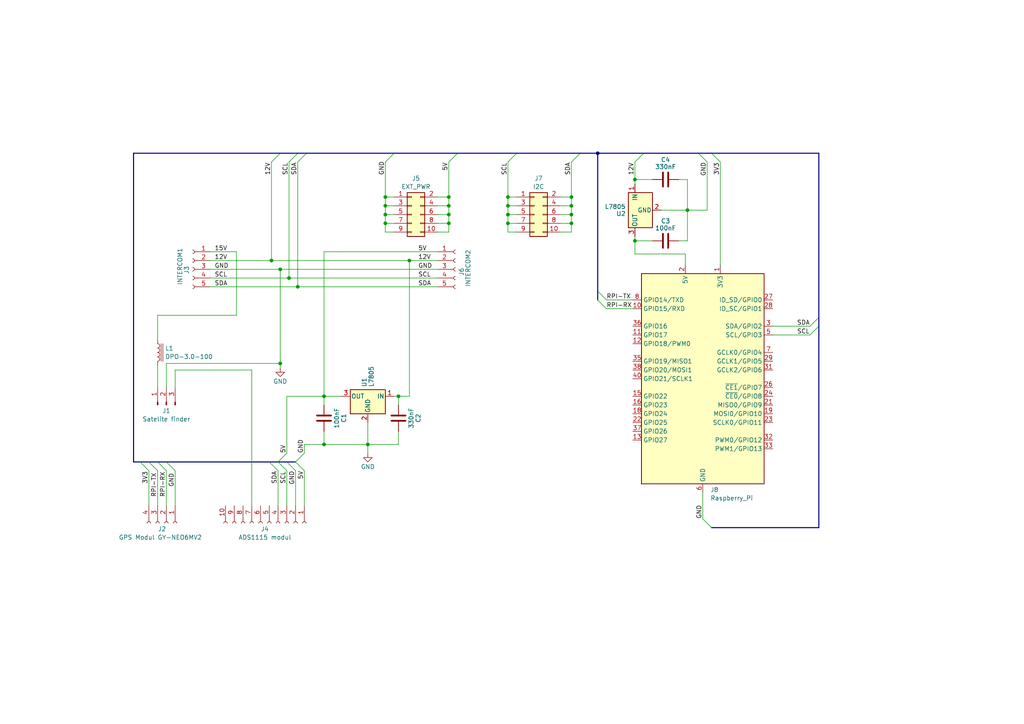
<source format=kicad_sch>
(kicad_sch (version 20231120) (generator "eeschema") (generator_version "8.0")
  (paper "A4")
  (title_block (title "Astrobox") (date "2024-04-13") (rev "2"))
  (lib_symbols
    (symbol "Connector:Conn_01x03_Pin" (pin_names (offset 1.016) hide)
      (property "Reference" "J" (at 0 5.08 0))
      (property "Value" "Conn_01x03_Pin" (at 0 -5.08 0))
      (symbol "Conn_01x03_Pin_1_1"
        (polyline (pts (xy 1.27 -2.54) (xy 0.8636 -2.54)) (stroke (width 0.1524)))
        (polyline (pts (xy 1.27 0) (xy 0.8636 0)) (stroke (width 0.1524)))
        (polyline (pts (xy 1.27 2.54) (xy 0.8636 2.54)) (stroke (width 0.1524)))
        (rectangle (start 0.8636 -2.413) (end 0 -2.667) (stroke (width 0.1524)) (fill (type outline)))
        (rectangle (start 0.8636 0.127) (end 0 -0.127) (stroke (width 0.1524)) (fill (type outline)))
        (rectangle (start 0.8636 2.667) (end 0 2.413) (stroke (width 0.1524)) (fill (type outline)))
        (pin passive line (at 5.08 2.54 180) (length 3.81) (name "Pin_1") (number "1"))
        (pin passive line (at 5.08 0 180) (length 3.81) (name "Pin_2") (number "2"))
        (pin passive line (at 5.08 -2.54 180) (length 3.81) (name "Pin_3") (number "3"))
      )
    )
    (symbol "Connector:Conn_01x04_Socket" (pin_names (offset 1.016) hide)
      (property "Reference" "J" (at 0 5.08 0))
      (property "Value" "Conn_01x04_Socket" (at 0 -7.62 0))
      (symbol "Conn_01x04_Socket_1_1"
        (arc (start 0 -4.572) (mid -0.5058 -5.08) (end 0 -5.588) (stroke (width 0.1524)))
        (arc (start 0 -2.032) (mid -0.5058 -2.54) (end 0 -3.048) (stroke (width 0.1524)))
        (polyline (pts (xy -1.27 -5.08) (xy -0.508 -5.08)) (stroke (width 0.1524)))
        (polyline (pts (xy -1.27 -2.54) (xy -0.508 -2.54)) (stroke (width 0.1524)))
        (polyline (pts (xy -1.27 0) (xy -0.508 0)) (stroke (width 0.1524)))
        (polyline (pts (xy -1.27 2.54) (xy -0.508 2.54)) (stroke (width 0.1524)))
        (arc (start 0 0.508) (mid -0.5058 0) (end 0 -0.508) (stroke (width 0.1524)))
        (arc (start 0 3.048) (mid -0.5058 2.54) (end 0 2.032) (stroke (width 0.1524)))
        (pin passive line (at -5.08 2.54 0) (length 3.81) (name "Pin_1") (number "1"))
        (pin passive line (at -5.08 0 0) (length 3.81) (name "Pin_2") (number "2"))
        (pin passive line (at -5.08 -2.54 0) (length 3.81) (name "Pin_3") (number "3"))
        (pin passive line (at -5.08 -5.08 0) (length 3.81) (name "Pin_4") (number "4"))
      )
    )
    (symbol "Connector:Conn_01x05_Socket" (pin_names (offset 1.016) hide)
      (property "Reference" "J" (at 0 7.62 0))
      (property "Value" "Conn_01x05_Socket" (at 0 -7.62 0))
      (symbol "Conn_01x05_Socket_1_1"
        (arc (start 0 -4.572) (mid -0.5058 -5.08) (end 0 -5.588) (stroke (width 0.1524)))
        (arc (start 0 -2.032) (mid -0.5058 -2.54) (end 0 -3.048) (stroke (width 0.1524)))
        (polyline (pts (xy -1.27 -5.08) (xy -0.508 -5.08)) (stroke (width 0.1524)))
        (polyline (pts (xy -1.27 -2.54) (xy -0.508 -2.54)) (stroke (width 0.1524)))
        (polyline (pts (xy -1.27 0) (xy -0.508 0)) (stroke (width 0.1524)))
        (polyline (pts (xy -1.27 2.54) (xy -0.508 2.54)) (stroke (width 0.1524)))
        (polyline (pts (xy -1.27 5.08) (xy -0.508 5.08)) (stroke (width 0.1524)))
        (arc (start 0 0.508) (mid -0.5058 0) (end 0 -0.508) (stroke (width 0.1524)))
        (arc (start 0 3.048) (mid -0.5058 2.54) (end 0 2.032) (stroke (width 0.1524)))
        (arc (start 0 5.588) (mid -0.5058 5.08) (end 0 4.572) (stroke (width 0.1524)))
        (pin passive line (at -5.08 5.08 0) (length 3.81) (name "Pin_1") (number "1"))
        (pin passive line (at -5.08 2.54 0) (length 3.81) (name "Pin_2") (number "2"))
        (pin passive line (at -5.08 0 0) (length 3.81) (name "Pin_3") (number "3"))
        (pin passive line (at -5.08 -2.54 0) (length 3.81) (name "Pin_4") (number "4"))
        (pin passive line (at -5.08 -5.08 0) (length 3.81) (name "Pin_5") (number "5"))
      )
    )
    (symbol "Connector:Conn_01x10_Socket" (pin_names (offset 1.016) hide)
      (property "Reference" "J" (at 0 12.7 0))
      (property "Value" "Conn_01x10_Socket" (at 0 -15.24 0))
      (symbol "Conn_01x10_Socket_1_1"
        (arc (start 0 -12.192) (mid -0.5058 -12.7) (end 0 -13.208) (stroke (width 0.1524)))
        (arc (start 0 -9.652) (mid -0.5058 -10.16) (end 0 -10.668) (stroke (width 0.1524)))
        (arc (start 0 -7.112) (mid -0.5058 -7.62) (end 0 -8.128) (stroke (width 0.1524)))
        (arc (start 0 -4.572) (mid -0.5058 -5.08) (end 0 -5.588) (stroke (width 0.1524)))
        (arc (start 0 -2.032) (mid -0.5058 -2.54) (end 0 -3.048) (stroke (width 0.1524)))
        (polyline (pts (xy -1.27 -12.7) (xy -0.508 -12.7)) (stroke (width 0.1524)))
        (polyline (pts (xy -1.27 -10.16) (xy -0.508 -10.16)) (stroke (width 0.1524)))
        (polyline (pts (xy -1.27 -7.62) (xy -0.508 -7.62)) (stroke (width 0.1524)))
        (polyline (pts (xy -1.27 -5.08) (xy -0.508 -5.08)) (stroke (width 0.1524)))
        (polyline (pts (xy -1.27 -2.54) (xy -0.508 -2.54)) (stroke (width 0.1524)))
        (polyline (pts (xy -1.27 0) (xy -0.508 0)) (stroke (width 0.1524)))
        (polyline (pts (xy -1.27 2.54) (xy -0.508 2.54)) (stroke (width 0.1524)))
        (polyline (pts (xy -1.27 5.08) (xy -0.508 5.08)) (stroke (width 0.1524)))
        (polyline (pts (xy -1.27 7.62) (xy -0.508 7.62)) (stroke (width 0.1524)))
        (polyline (pts (xy -1.27 10.16) (xy -0.508 10.16)) (stroke (width 0.1524)))
        (arc (start 0 0.508) (mid -0.5058 0) (end 0 -0.508) (stroke (width 0.1524)))
        (arc (start 0 3.048) (mid -0.5058 2.54) (end 0 2.032) (stroke (width 0.1524)))
        (arc (start 0 5.588) (mid -0.5058 5.08) (end 0 4.572) (stroke (width 0.1524)))
        (arc (start 0 8.128) (mid -0.5058 7.62) (end 0 7.112) (stroke (width 0.1524)))
        (arc (start 0 10.668) (mid -0.5058 10.16) (end 0 9.652) (stroke (width 0.1524)))
        (pin passive line (at -5.08 10.16 0) (length 3.81) (name "Pin_1") (number "1"))
        (pin passive line (at -5.08 -12.7 0) (length 3.81) (name "Pin_10") (number "10"))
        (pin passive line (at -5.08 7.62 0) (length 3.81) (name "Pin_2") (number "2"))
        (pin passive line (at -5.08 5.08 0) (length 3.81) (name "Pin_3") (number "3"))
        (pin passive line (at -5.08 2.54 0) (length 3.81) (name "Pin_4") (number "4"))
        (pin passive line (at -5.08 0 0) (length 3.81) (name "Pin_5") (number "5"))
        (pin passive line (at -5.08 -2.54 0) (length 3.81) (name "Pin_6") (number "6"))
        (pin passive line (at -5.08 -5.08 0) (length 3.81) (name "Pin_7") (number "7"))
        (pin passive line (at -5.08 -7.62 0) (length 3.81) (name "Pin_8") (number "8"))
        (pin passive line (at -5.08 -10.16 0) (length 3.81) (name "Pin_9") (number "9"))
      )
    )
    (symbol "Connector:Raspberry_Pi_2_3"
      (property "Reference" "J" (at -17.78 31.75 0))
      (property "Value" "Raspberry_Pi_2_3" (at 10.16 -31.75 0))
      (symbol "Raspberry_Pi_2_3_0_1"
        (rectangle (start -17.78 30.48) (end 17.78 -30.48) (stroke (width 0.254)) (fill (type background)))
      )
      (symbol "Raspberry_Pi_2_3_1_1"
        (pin power_in line (at 5.08 33.02 270) (length 2.54) (name "3V3") (number "1"))
        (pin bidirectional line (at -20.32 20.32 0) (length 2.54) (name "GPIO15/RXD") (number "10"))
        (pin bidirectional line (at -20.32 12.7 0) (length 2.54) (name "GPIO17") (number "11"))
        (pin bidirectional line (at -20.32 10.16 0) (length 2.54) (name "GPIO18/PWM0") (number "12"))
        (pin bidirectional line (at -20.32 -17.78 0) (length 2.54) (name "GPIO27") (number "13"))
        (pin passive line (at 0 -33.02 90) (length 2.54) hide (name "GND") (number "14"))
        (pin bidirectional line (at -20.32 -5.08 0) (length 2.54) (name "GPIO22") (number "15"))
        (pin bidirectional line (at -20.32 -7.62 0) (length 2.54) (name "GPIO23") (number "16"))
        (pin passive line (at 5.08 33.02 270) (length 2.54) hide (name "3V3") (number "17"))
        (pin bidirectional line (at -20.32 -10.16 0) (length 2.54) (name "GPIO24") (number "18"))
        (pin bidirectional line (at 20.32 -10.16 180) (length 2.54) (name "MOSI0/GPIO10") (number "19"))
        (pin power_in line (at -5.08 33.02 270) (length 2.54) (name "5V") (number "2"))
        (pin passive line (at 0 -33.02 90) (length 2.54) hide (name "GND") (number "20"))
        (pin bidirectional line (at 20.32 -7.62 180) (length 2.54) (name "MISO0/GPIO9") (number "21"))
        (pin bidirectional line (at -20.32 -12.7 0) (length 2.54) (name "GPIO25") (number "22"))
        (pin bidirectional line (at 20.32 -12.7 180) (length 2.54) (name "SCLK0/GPIO11") (number "23"))
        (pin bidirectional line (at 20.32 -5.08 180) (length 2.54) (name "~{CE0}/GPIO8") (number "24"))
        (pin passive line (at 0 -33.02 90) (length 2.54) hide (name "GND") (number "25"))
        (pin bidirectional line (at 20.32 -2.54 180) (length 2.54) (name "~{CE1}/GPIO7") (number "26"))
        (pin bidirectional line (at 20.32 22.86 180) (length 2.54) (name "ID_SD/GPIO0") (number "27"))
        (pin bidirectional line (at 20.32 20.32 180) (length 2.54) (name "ID_SC/GPIO1") (number "28"))
        (pin bidirectional line (at 20.32 5.08 180) (length 2.54) (name "GCLK1/GPIO5") (number "29"))
        (pin bidirectional line (at 20.32 15.24 180) (length 2.54) (name "SDA/GPIO2") (number "3"))
        (pin passive line (at 0 -33.02 90) (length 2.54) hide (name "GND") (number "30"))
        (pin bidirectional line (at 20.32 2.54 180) (length 2.54) (name "GCLK2/GPIO6") (number "31"))
        (pin bidirectional line (at 20.32 -17.78 180) (length 2.54) (name "PWM0/GPIO12") (number "32"))
        (pin bidirectional line (at 20.32 -20.32 180) (length 2.54) (name "PWM1/GPIO13") (number "33"))
        (pin passive line (at 0 -33.02 90) (length 2.54) hide (name "GND") (number "34"))
        (pin bidirectional line (at -20.32 5.08 0) (length 2.54) (name "GPIO19/MISO1") (number "35"))
        (pin bidirectional line (at -20.32 15.24 0) (length 2.54) (name "GPIO16") (number "36"))
        (pin bidirectional line (at -20.32 -15.24 0) (length 2.54) (name "GPIO26") (number "37"))
        (pin bidirectional line (at -20.32 2.54 0) (length 2.54) (name "GPIO20/MOSI1") (number "38"))
        (pin passive line (at 0 -33.02 90) (length 2.54) hide (name "GND") (number "39"))
        (pin passive line (at -5.08 33.02 270) (length 2.54) hide (name "5V") (number "4"))
        (pin bidirectional line (at -20.32 0 0) (length 2.54) (name "GPIO21/SCLK1") (number "40"))
        (pin bidirectional line (at 20.32 12.7 180) (length 2.54) (name "SCL/GPIO3") (number "5"))
        (pin power_in line (at 0 -33.02 90) (length 2.54) (name "GND") (number "6"))
        (pin bidirectional line (at 20.32 7.62 180) (length 2.54) (name "GCLK0/GPIO4") (number "7"))
        (pin bidirectional line (at -20.32 22.86 0) (length 2.54) (name "GPIO14/TXD") (number "8"))
        (pin passive line (at 0 -33.02 90) (length 2.54) hide (name "GND") (number "9"))
      )
    )
    (symbol "Connector_Generic:Conn_02x05_Odd_Even" (pin_names (offset 1.016) hide)
      (property "Reference" "J" (at 1.27 7.62 0))
      (property "Value" "Conn_02x05_Odd_Even" (at 1.27 -7.62 0))
      (symbol "Conn_02x05_Odd_Even_1_1"
        (rectangle (start -1.27 -4.953) (end 0 -5.207) (stroke (width 0.1524)))
        (rectangle (start -1.27 -2.413) (end 0 -2.667) (stroke (width 0.1524)))
        (rectangle (start -1.27 0.127) (end 0 -0.127) (stroke (width 0.1524)))
        (rectangle (start -1.27 2.667) (end 0 2.413) (stroke (width 0.1524)))
        (rectangle (start -1.27 5.207) (end 0 4.953) (stroke (width 0.1524)))
        (rectangle (start -1.27 6.35) (end 3.81 -6.35) (stroke (width 0.254)) (fill (type background)))
        (rectangle (start 3.81 -4.953) (end 2.54 -5.207) (stroke (width 0.1524)))
        (rectangle (start 3.81 -2.413) (end 2.54 -2.667) (stroke (width 0.1524)))
        (rectangle (start 3.81 0.127) (end 2.54 -0.127) (stroke (width 0.1524)))
        (rectangle (start 3.81 2.667) (end 2.54 2.413) (stroke (width 0.1524)))
        (rectangle (start 3.81 5.207) (end 2.54 4.953) (stroke (width 0.1524)))
        (pin passive line (at -5.08 5.08 0) (length 3.81) (name "Pin_1") (number "1"))
        (pin passive line (at 7.62 -5.08 180) (length 3.81) (name "Pin_10") (number "10"))
        (pin passive line (at 7.62 5.08 180) (length 3.81) (name "Pin_2") (number "2"))
        (pin passive line (at -5.08 2.54 0) (length 3.81) (name "Pin_3") (number "3"))
        (pin passive line (at 7.62 2.54 180) (length 3.81) (name "Pin_4") (number "4"))
        (pin passive line (at -5.08 0 0) (length 3.81) (name "Pin_5") (number "5"))
        (pin passive line (at 7.62 0 180) (length 3.81) (name "Pin_6") (number "6"))
        (pin passive line (at -5.08 -2.54 0) (length 3.81) (name "Pin_7") (number "7"))
        (pin passive line (at 7.62 -2.54 180) (length 3.81) (name "Pin_8") (number "8"))
        (pin passive line (at -5.08 -5.08 0) (length 3.81) (name "Pin_9") (number "9"))
      )
    )
    (symbol "Device:C" (pin_numbers hide) (pin_names (offset 0.254))
      (property "Reference" "C" (at 0.635 2.54 0))
      (property "Value" "C" (at 0.635 -2.54 0))
      (symbol "C_0_1"
        (polyline (pts (xy -2.032 -0.762) (xy 2.032 -0.762)) (stroke (width 0.508)))
        (polyline (pts (xy -2.032 0.762) (xy 2.032 0.762)) (stroke (width 0.508)))
      )
      (symbol "C_1_1"
        (pin passive line (at 0 3.81 270) (length 2.794) (name "~") (number "1"))
        (pin passive line (at 0 -3.81 90) (length 2.794) (name "~") (number "2"))
      )
    )
    (symbol "Device:L_Iron" (pin_numbers hide) (pin_names (offset 1.016) hide)
      (property "Reference" "L" (at -1.27 0 90))
      (property "Value" "L_Iron" (at 2.794 0 90))
      (symbol "L_Iron_0_1"
        (arc (start 0 -2.54) (mid 0.6323 -1.905) (end 0 -1.27))
        (arc (start 0 -1.27) (mid 0.6323 -0.635) (end 0 0))
        (polyline (pts (xy 1.016 2.54) (xy 1.016 -2.54)))
        (polyline (pts (xy 1.524 -2.54) (xy 1.524 2.54)))
        (arc (start 0 0) (mid 0.6323 0.635) (end 0 1.27))
        (arc (start 0 1.27) (mid 0.6323 1.905) (end 0 2.54))
      )
      (symbol "L_Iron_1_1"
        (pin passive line (at 0 3.81 270) (length 1.27) (name "1") (number "1"))
        (pin passive line (at 0 -3.81 90) (length 1.27) (name "2") (number "2"))
      )
    )
    (symbol "Regulator_Linear:L7805" (pin_names (offset 0.254))
      (property "Reference" "U" (at -3.81 3.175 0))
      (property "Value" "L7805" (at 0 3.175 0))
      (symbol "L7805_0_1"
        (rectangle (start -5.08 1.905) (end 5.08 -5.08) (stroke (width 0.254)) (fill (type background)))
      )
      (symbol "L7805_1_1"
        (pin power_in line (at -7.62 0 0) (length 2.54) (name "IN") (number "1"))
        (pin power_in line (at 0 -7.62 90) (length 2.54) (name "GND") (number "2"))
        (pin power_out line (at 7.62 0 180) (length 2.54) (name "OUT") (number "3"))
      )
    )
    (symbol "power:GND" (power) (pin_names (offset 0))
      (property "Value" "GND" (at 0 -3.81 0))
      (symbol "GND_0_1"
        (polyline (pts (xy 0 0) (xy 0 -1.27) (xy 1.27 -1.27) (xy 0 -2.54) (xy -1.27 -1.27) (xy 0 -1.27)))
      )
      (symbol "GND_1_1"
        (pin power_in line (at 0 0 270) (length 0) hide (name "GND") (number "1"))
      )
    )
  )
  (junction (at 93.98 128.905))
  (junction (at 93.98 114.935))
  (junction (at 147.32 57.15))
  (junction (at 130.175 59.69))
  (junction (at 130.175 62.23))
  (junction (at 165.735 64.77))
  (junction (at 111.76 64.77))
  (junction (at 184.15 52.07))
  (junction (at 115.57 114.935))
  (junction (at 165.735 62.23))
  (junction (at 130.175 57.15))
  (junction (at 199.39 60.96))
  (junction (at 184.15 69.85))
  (junction (at 81.28 105.41))
  (junction (at 81.28 78.105))
  (junction (at 111.76 57.15))
  (junction (at 111.76 59.69))
  (junction (at 147.32 59.69))
  (junction (at 147.32 62.23))
  (junction (at 106.68 128.905))
  (junction (at 86.36 83.185))
  (junction (at 165.735 59.69))
  (junction (at 173.355 44.45))
  (junction (at 118.745 75.565))
  (junction (at 130.175 64.77))
  (junction (at 147.32 64.77))
  (junction (at 78.74 75.565))
  (junction (at 83.82 80.645))
  (junction (at 165.735 57.15))
  (junction (at 111.76 62.23))
  (bus_entry (at 130.175 46.99) (size 2.54 -2.54))
  (bus_entry (at 43.18 133.985) (size 2.54 2.54))
  (bus_entry (at 40.64 133.985) (size 2.54 2.54))
  (bus_entry (at 78.105 133.985) (size 2.54 2.54))
  (bus_entry (at 85.725 133.985) (size 2.54 2.54))
  (bus_entry (at 175.895 86.995) (size -2.54 -2.54))
  (bus_entry (at 205.105 46.99) (size -2.54 -2.54))
  (bus_entry (at 48.26 133.985) (size 2.54 2.54))
  (bus_entry (at 85.725 133.985) (size 2.54 -2.54))
  (bus_entry (at 234.95 97.155) (size 2.54 -2.54))
  (bus_entry (at 203.835 150.495) (size 2.54 2.54))
  (bus_entry (at 80.645 133.985) (size 2.54 -2.54))
  (bus_entry (at 88.9 44.45) (size -2.54 2.54))
  (bus_entry (at 80.645 133.985) (size 2.54 2.54))
  (bus_entry (at 175.895 89.535) (size -2.54 -2.54))
  (bus_entry (at 147.32 46.99) (size 2.54 -2.54))
  (bus_entry (at 208.915 46.99) (size -2.54 -2.54))
  (bus_entry (at 184.15 46.99) (size 2.54 -2.54))
  (bus_entry (at 78.74 46.99) (size 2.54 -2.54))
  (bus_entry (at 165.735 46.99) (size 2.54 -2.54))
  (bus_entry (at 111.76 46.99) (size 2.54 -2.54))
  (bus_entry (at 86.36 44.45) (size -2.54 2.54))
  (bus_entry (at 234.95 94.615) (size 2.54 -2.54))
  (bus_entry (at 83.185 133.985) (size 2.54 2.54))
  (bus_entry (at 45.72 133.985) (size 2.54 2.54))
  (wire (pts (xy 147.32 64.77) (xy 147.32 62.23)))
  (wire (pts (xy 86.36 83.185) (xy 127 83.185)))
  (wire (pts (xy 162.56 67.31) (xy 165.735 67.31)))
  (wire (pts (xy 60.96 80.645) (xy 83.82 80.645)))
  (wire (pts (xy 234.95 97.155) (xy 224.155 97.155)))
  (wire (pts (xy 165.735 57.15) (xy 162.56 57.15)))
  (wire (pts (xy 111.76 59.69) (xy 111.76 57.15)))
  (wire (pts (xy 50.8 136.525) (xy 50.8 146.685)))
  (bus (pts (xy 173.355 44.45) (xy 173.355 84.455)))
  (wire (pts (xy 114.3 67.31) (xy 111.76 67.31)))
  (wire (pts (xy 203.835 142.875) (xy 203.835 150.495)))
  (wire (pts (xy 78.74 46.99) (xy 78.74 75.565)))
  (wire (pts (xy 60.96 73.025) (xy 68.58 73.025)))
  (wire (pts (xy 127 62.23) (xy 130.175 62.23)))
  (wire (pts (xy 147.32 59.69) (xy 149.86 59.69)))
  (wire (pts (xy 130.175 62.23) (xy 130.175 59.69)))
  (wire (pts (xy 130.175 64.77) (xy 130.175 62.23)))
  (wire (pts (xy 208.915 46.99) (xy 208.915 76.835)))
  (wire (pts (xy 165.735 46.99) (xy 165.735 57.15)))
  (bus (pts (xy 80.645 133.985) (xy 78.105 133.985)))
  (wire (pts (xy 111.76 59.69) (xy 114.3 59.69)))
  (wire (pts (xy 80.645 136.525) (xy 80.645 146.685)))
  (wire (pts (xy 45.72 91.44) (xy 68.58 91.44)))
  (bus (pts (xy 78.105 133.985) (xy 48.26 133.985)))
  (bus (pts (xy 86.36 44.45) (xy 88.9 44.45)))
  (bus (pts (xy 206.375 44.45) (xy 237.49 44.45)))
  (wire (pts (xy 115.57 114.935) (xy 118.745 114.935)))
  (bus (pts (xy 149.86 44.45) (xy 168.275 44.45)))
  (wire (pts (xy 93.98 73.025) (xy 93.98 114.935)))
  (bus (pts (xy 43.18 133.985) (xy 40.64 133.985)))
  (wire (pts (xy 199.39 60.96) (xy 199.39 52.07)))
  (wire (pts (xy 111.76 62.23) (xy 111.76 59.69)))
  (wire (pts (xy 115.57 114.935) (xy 115.57 117.475)))
  (bus (pts (xy 237.49 92.075) (xy 237.49 94.615)))
  (wire (pts (xy 111.76 64.77) (xy 111.76 62.23)))
  (wire (pts (xy 114.3 114.935) (xy 115.57 114.935)))
  (wire (pts (xy 68.58 91.44) (xy 68.58 73.025)))
  (wire (pts (xy 184.15 53.34) (xy 184.15 52.07)))
  (wire (pts (xy 81.28 78.105) (xy 81.28 105.41)))
  (wire (pts (xy 60.96 78.105) (xy 81.28 78.105)))
  (wire (pts (xy 111.76 62.23) (xy 114.3 62.23)))
  (wire (pts (xy 147.32 64.77) (xy 149.86 64.77)))
  (wire (pts (xy 196.85 69.85) (xy 199.39 69.85)))
  (wire (pts (xy 183.515 89.535) (xy 175.895 89.535)))
  (wire (pts (xy 234.95 94.615) (xy 224.155 94.615)))
  (bus (pts (xy 88.9 44.45) (xy 114.3 44.45)))
  (bus (pts (xy 132.715 44.45) (xy 149.86 44.45)))
  (wire (pts (xy 147.32 46.99) (xy 147.32 57.15)))
  (wire (pts (xy 115.57 128.905) (xy 115.57 125.095)))
  (wire (pts (xy 88.265 128.905) (xy 93.98 128.905)))
  (wire (pts (xy 184.15 69.85) (xy 189.23 69.85)))
  (wire (pts (xy 147.32 67.31) (xy 147.32 64.77)))
  (bus (pts (xy 168.275 44.45) (xy 173.355 44.45)))
  (wire (pts (xy 81.28 105.41) (xy 81.28 106.68)))
  (wire (pts (xy 127 59.69) (xy 130.175 59.69)))
  (bus (pts (xy 83.185 133.985) (xy 85.725 133.985)))
  (wire (pts (xy 118.745 114.935) (xy 118.745 75.565)))
  (wire (pts (xy 48.26 136.525) (xy 48.26 146.685)))
  (bus (pts (xy 38.735 44.45) (xy 38.735 133.985)))
  (wire (pts (xy 130.175 59.69) (xy 130.175 57.15)))
  (wire (pts (xy 147.32 62.23) (xy 149.86 62.23)))
  (wire (pts (xy 183.515 86.995) (xy 175.895 86.995)))
  (wire (pts (xy 88.265 136.525) (xy 88.265 146.685)))
  (wire (pts (xy 48.26 112.395) (xy 48.26 105.41)))
  (bus (pts (xy 237.49 94.615) (xy 237.49 153.035)))
  (bus (pts (xy 237.49 44.45) (xy 237.49 92.075)))
  (wire (pts (xy 83.185 136.525) (xy 83.185 146.685)))
  (wire (pts (xy 60.96 75.565) (xy 78.74 75.565)))
  (wire (pts (xy 81.28 78.105) (xy 127 78.105)))
  (wire (pts (xy 43.18 136.525) (xy 43.18 146.685)))
  (wire (pts (xy 111.76 64.77) (xy 114.3 64.77)))
  (wire (pts (xy 127 67.31) (xy 130.175 67.31)))
  (wire (pts (xy 93.98 114.935) (xy 99.06 114.935)))
  (wire (pts (xy 106.68 128.905) (xy 115.57 128.905)))
  (wire (pts (xy 88.265 131.445) (xy 88.265 128.905)))
  (bus (pts (xy 202.565 44.45) (xy 206.375 44.45)))
  (wire (pts (xy 205.105 46.99) (xy 205.105 60.96)))
  (wire (pts (xy 184.15 73.66) (xy 184.15 69.85)))
  (wire (pts (xy 83.82 46.99) (xy 83.82 80.645)))
  (bus (pts (xy 186.69 44.45) (xy 202.565 44.45)))
  (bus (pts (xy 38.735 44.45) (xy 81.28 44.45)))
  (bus (pts (xy 40.64 133.985) (xy 38.735 133.985)))
  (wire (pts (xy 199.39 52.07) (xy 196.85 52.07)))
  (wire (pts (xy 85.725 136.525) (xy 85.725 146.685)))
  (wire (pts (xy 130.175 46.99) (xy 130.175 57.15)))
  (wire (pts (xy 147.32 57.15) (xy 149.86 57.15)))
  (wire (pts (xy 184.15 73.66) (xy 198.755 73.66)))
  (bus (pts (xy 80.645 133.985) (xy 83.185 133.985)))
  (bus (pts (xy 173.355 44.45) (xy 186.69 44.45)))
  (wire (pts (xy 199.39 69.85) (xy 199.39 60.96)))
  (wire (pts (xy 184.15 46.99) (xy 184.15 52.07)))
  (wire (pts (xy 162.56 59.69) (xy 165.735 59.69)))
  (wire (pts (xy 184.15 52.07) (xy 189.23 52.07)))
  (wire (pts (xy 48.26 105.41) (xy 81.28 105.41)))
  (wire (pts (xy 93.98 128.905) (xy 106.68 128.905)))
  (wire (pts (xy 93.98 125.095) (xy 93.98 128.905)))
  (wire (pts (xy 45.72 91.44) (xy 45.72 98.425)))
  (wire (pts (xy 184.15 69.85) (xy 184.15 68.58)))
  (wire (pts (xy 198.755 73.66) (xy 198.755 76.835)))
  (wire (pts (xy 60.96 83.185) (xy 86.36 83.185)))
  (wire (pts (xy 111.76 67.31) (xy 111.76 64.77)))
  (wire (pts (xy 130.175 67.31) (xy 130.175 64.77)))
  (wire (pts (xy 147.32 62.23) (xy 147.32 59.69)))
  (wire (pts (xy 45.72 106.045) (xy 45.72 112.395)))
  (wire (pts (xy 147.32 59.69) (xy 147.32 57.15)))
  (wire (pts (xy 86.36 46.99) (xy 86.36 83.185)))
  (wire (pts (xy 73.025 107.315) (xy 50.8 107.315)))
  (wire (pts (xy 93.98 117.475) (xy 93.98 114.935)))
  (wire (pts (xy 205.105 60.96) (xy 199.39 60.96)))
  (wire (pts (xy 165.735 64.77) (xy 165.735 62.23)))
  (wire (pts (xy 50.8 107.315) (xy 50.8 112.395)))
  (wire (pts (xy 127 64.77) (xy 130.175 64.77)))
  (wire (pts (xy 106.68 128.905) (xy 106.68 131.445)))
  (bus (pts (xy 114.3 44.45) (xy 132.715 44.45)))
  (wire (pts (xy 191.77 60.96) (xy 199.39 60.96)))
  (wire (pts (xy 73.025 107.315) (xy 73.025 146.685)))
  (wire (pts (xy 111.76 57.15) (xy 114.3 57.15)))
  (bus (pts (xy 45.72 133.985) (xy 43.18 133.985)))
  (wire (pts (xy 45.72 136.525) (xy 45.72 146.685)))
  (wire (pts (xy 130.175 57.15) (xy 127 57.15)))
  (wire (pts (xy 165.735 62.23) (xy 165.735 59.69)))
  (bus (pts (xy 206.375 153.035) (xy 237.49 153.035)))
  (wire (pts (xy 165.735 59.69) (xy 165.735 57.15)))
  (wire (pts (xy 106.68 122.555) (xy 106.68 128.905)))
  (bus (pts (xy 81.28 44.45) (xy 86.36 44.45)))
  (bus (pts (xy 48.26 133.985) (xy 45.72 133.985)))
  (wire (pts (xy 165.735 67.31) (xy 165.735 64.77)))
  (wire (pts (xy 78.74 75.565) (xy 118.745 75.565)))
  (wire (pts (xy 118.745 75.565) (xy 127 75.565)))
  (wire (pts (xy 83.185 114.935) (xy 93.98 114.935)))
  (bus (pts (xy 173.355 84.455) (xy 173.355 86.995)))
  (wire (pts (xy 83.185 131.445) (xy 83.185 114.935)))
  (wire (pts (xy 162.56 64.77) (xy 165.735 64.77)))
  (wire (pts (xy 111.76 46.99) (xy 111.76 57.15)))
  (wire (pts (xy 93.98 73.025) (xy 127 73.025)))
  (wire (pts (xy 83.82 80.645) (xy 127 80.645)))
  (wire (pts (xy 149.86 67.31) (xy 147.32 67.31)))
  (wire (pts (xy 162.56 62.23) (xy 165.735 62.23)))
  (label "SDA" (at 86.36 50.8 90))
  (label "GND" (at 111.76 50.8 90))
  (label "GND" (at 50.8 137.16 270))
  (label "12V" (at 121.285 75.565 0))
  (label "SDA" (at 121.285 83.185 0))
  (label "RPI-RX" (at 175.895 89.535 0))
  (label "5V" (at 88.265 136.525 270))
  (label "SCL" (at 147.32 50.8 90))
  (label "GND" (at 62.23 78.105 0))
  (label "RPI-RX" (at 48.26 144.145 90))
  (label "3V3" (at 43.18 140.335 90))
  (label "12V" (at 184.15 50.8 90))
  (label "12V" (at 78.74 50.8 90))
  (label "SCL" (at 231.14 97.155 0))
  (label "GND" (at 121.285 78.105 0))
  (label "5V" (at 83.185 131.445 90))
  (label "SDA" (at 80.645 140.335 90))
  (label "SCL" (at 83.82 50.8 90))
  (label "5V" (at 130.175 49.53 90))
  (label "GND" (at 205.105 46.99 270))
  (label "RPI-TX" (at 45.72 144.145 90))
  (label "SCL" (at 121.285 80.645 0))
  (label "RPI-TX" (at 175.895 86.995 0))
  (label "12V" (at 62.23 75.565 0))
  (label "SCL" (at 83.185 140.335 90))
  (label "GND" (at 203.835 150.495 90))
  (label "SDA" (at 165.735 50.8 90))
  (label "SCL" (at 62.23 80.645 0))
  (label "GND" (at 88.265 131.445 90))
  (label "15V" (at 62.23 73.025 0))
  (label "SDA" (at 62.23 83.185 0))
  (label "5V" (at 121.285 73.025 0))
  (label "3V3" (at 208.915 50.8 90))
  (label "SDA" (at 231.14 94.615 0))
  (label "GND" (at 85.725 136.525 270))
  (symbol (lib_id "Device:L_Iron") (at 45.72 102.235 0) (unit 1)
    (property "Reference" "L1" (at 47.879 101.0229 0) (effects (justify left)))
    (property "Value" "DPO-3.0-100" (at 47.879 103.4471 0) (effects (justify left)))
    (property "Footprint" "Inductor_THT:L_Toroid_Vertical_L25.4mm_W14.7mm_P12.20mm_Vishay_TJ5" (effects (hide yes)))
  )
  (symbol (lib_id "Connector:Conn_01x10_Socket") (at 78.105 151.765 270) (unit 1)
    (property "Reference" "J4" (at 76.835 153.4343 90))
    (property "Value" "ADS1115 modul" (at 76.835 155.8585 90))
    (property "Footprint" "Connector_PinSocket_2.54mm:PinSocket_1x10_P2.54mm_Vertical" (effects (hide yes)))
  )
  (symbol (lib_id "Device:C") (at 193.04 69.85 90) (unit 1)
    (property "Reference" "C3" (at 193.04 64.111 90))
    (property "Value" "100nF" (at 193.04 66.159 90))
    (property "Footprint" "Capacitor_THT:C_Disc_D5.0mm_W2.5mm_P5.00mm" (effects (hide yes)))
  )
  (symbol (lib_id "Regulator_Linear:L7805") (at 106.68 114.935 0) (mirror y) (unit 1)
    (property "Reference" "U1" (at 105.656 112.2681 90) (effects (justify left)))
    (property "Value" "L7805" (at 107.704 112.2681 90) (effects (justify left)))
    (property "Footprint" "Package_TO_SOT_THT:TO-220-3_Vertical" (effects (hide yes)))
    (property "Datasheet" "http://www.st.com/content/ccc/resource/technical/document/datasheet/41/4f/b3/b0/12/d4/47/88/CD00000444.pdf/files/CD00000444.pdf/jcr:content/translations/en.CD00000444.pdf" (effects (hide yes)))
  )
  (symbol (lib_id "Connector_Generic:Conn_02x05_Odd_Even") (at 119.38 62.23 0) (unit 1)
    (property "Reference" "J5" (at 120.65 51.7357 0))
    (property "Value" "EXT_PWR" (at 120.65 54.1599 0))
    (property "Footprint" "Connector_PinHeader_2.54mm:PinHeader_2x05_P2.54mm_Vertical" (effects (hide yes)))
  )
  (symbol (lib_id "Connector_Generic:Conn_02x05_Odd_Even") (at 154.94 62.23 0) (unit 1)
    (property "Reference" "J7" (at 156.21 51.7357 0))
    (property "Value" "I2C" (at 156.21 54.1599 0))
    (property "Footprint" "Connector_PinHeader_2.54mm:PinHeader_2x05_P2.54mm_Vertical" (effects (hide yes)))
  )
  (symbol (lib_id "Connector:Conn_01x05_Socket") (at 132.08 78.105 0) (unit 1)
    (property "Reference" "J6" (at 133.858 80.01 90) (effects (justify left)))
    (property "Value" "INTERCOM2" (at 135.763 83.185 90) (effects (justify left)))
    (property "Footprint" "Connector_JST:JST_XH_B5B-XH-A_1x05_P2.50mm_Vertical" (effects (hide yes)))
  )
  (symbol (lib_id "power:GND") (at 106.68 131.445 0) (unit 1)
    (property "Reference" "#PWR02" (effects (hide yes)))
    (property "Value" "GND" (at 106.68 135.39 0))
  )
  (symbol (lib_id "Regulator_Linear:L7805") (at 184.15 60.96 90) (mirror x) (unit 1)
    (property "Reference" "U2" (at 181.4831 61.984 90) (effects (justify left)))
    (property "Value" "L7805" (at 181.4831 59.936 90) (effects (justify left)))
    (property "Footprint" "Package_TO_SOT_THT:TO-220-3_Vertical" (effects (hide yes)))
    (property "Datasheet" "http://www.st.com/content/ccc/resource/technical/document/datasheet/41/4f/b3/b0/12/d4/47/88/CD00000444.pdf/files/CD00000444.pdf/jcr:content/translations/en.CD00000444.pdf" (effects (hide yes)))
  )
  (symbol (lib_id "Device:C") (at 193.04 52.07 270) (mirror x) (unit 1)
    (property "Reference" "C4" (at 193.04 46.331 90))
    (property "Value" "330nF" (at 193.04 48.379 90))
    (property "Footprint" "Capacitor_THT:C_Disc_D5.0mm_W2.5mm_P5.00mm" (effects (hide yes)))
  )
  (symbol (lib_id "Connector:Conn_01x05_Socket") (at 55.88 78.105 0) (mirror y) (unit 1)
    (property "Reference" "J3" (at 54.102 79.502 90) (effects (justify left)))
    (property "Value" "INTERCOM1" (at 52.197 82.677 90) (effects (justify left)))
    (property "Footprint" "Connector_JST:JST_XH_B5B-XH-A_1x05_P2.50mm_Vertical" (effects (hide yes)))
  )
  (symbol (lib_id "Device:C") (at 115.57 121.285 0) (mirror x) (unit 1)
    (property "Reference" "C2" (at 121.309 121.285 90))
    (property "Value" "330nF" (at 119.261 121.285 90))
    (property "Footprint" "Capacitor_THT:C_Disc_D5.0mm_W2.5mm_P5.00mm" (effects (hide yes)))
  )
  (symbol (lib_id "power:GND") (at 81.28 106.68 0) (unit 1)
    (property "Reference" "#PWR01" (effects (hide yes)))
    (property "Value" "GND" (at 81.28 110.625 0))
  )
  (symbol (lib_id "Connector:Raspberry_Pi_2_3") (at 203.835 109.855 0) (unit 1)
    (property "Reference" "J8" (at 206.0291 142.0551 0) (effects (justify left)))
    (property "Value" "Raspberry_Pi" (at 206.0291 144.4793 0) (effects (justify left)))
    (property "Footprint" "Connector_PinHeader_2.54mm:PinHeader_2x20_P2.54mm_Vertical" (effects (hide yes)))
    (property "Datasheet" "https://www.raspberrypi.org/documentation/hardware/raspberrypi/schematics/rpi_SCH_3bplus_1p0_reduced.pdf" (effects (hide yes)))
  )
  (symbol (lib_id "Device:C") (at 93.98 121.285 0) (unit 1)
    (property "Reference" "C1" (at 99.719 121.285 90))
    (property "Value" "100nF" (at 97.671 121.285 90))
    (property "Footprint" "Capacitor_THT:C_Disc_D5.0mm_W2.5mm_P5.00mm" (effects (hide yes)))
  )
  (symbol (lib_id "Connector:Conn_01x03_Pin") (at 48.26 117.475 90) (unit 1)
    (property "Reference" "J1" (at 48.26 119.1443 90))
    (property "Value" "Satelite finder" (at 48.26 121.5685 90))
    (property "Footprint" "Connector_PinHeader_2.54mm:PinHeader_1x03_P2.54mm_Vertical" (effects (hide yes)))
  )
  (symbol (lib_id "Connector:Conn_01x04_Socket") (at 48.26 151.765 270) (unit 1)
    (property "Reference" "J2" (at 46.99 153.4343 90))
    (property "Value" "GPS Modul GY-NEO6MV2 " (at 46.99 155.8585 90))
    (property "Footprint" "Connector_PinSocket_2.54mm:PinSocket_1x04_P2.54mm_Vertical" (effects (hide yes)))
  )
)
</source>
